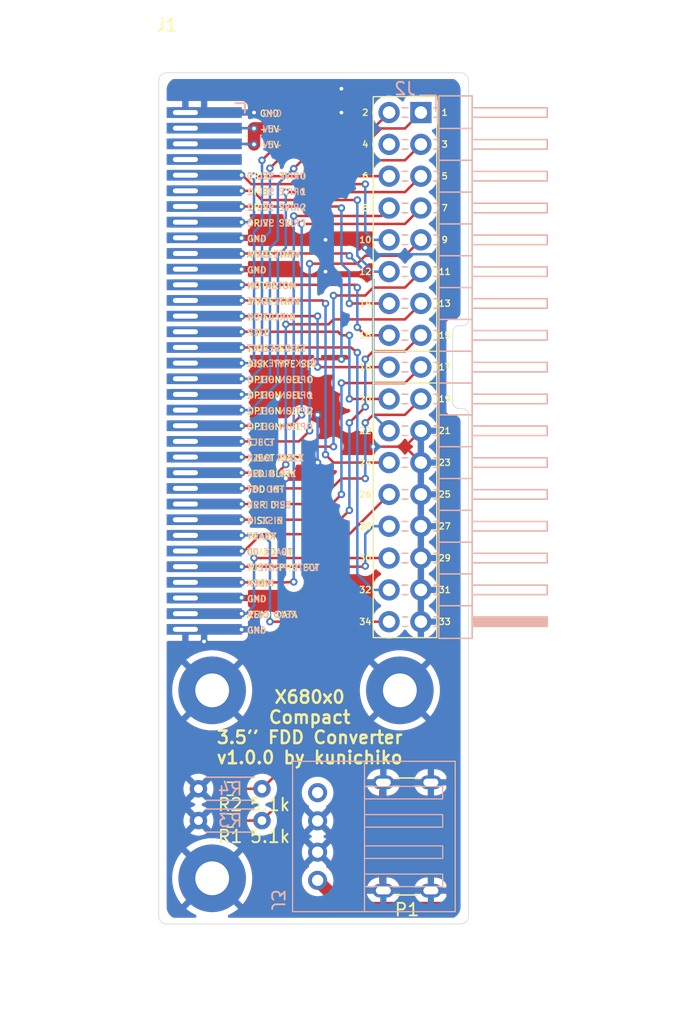
<source format=kicad_pcb>
(kicad_pcb (version 20240108) (generator "pcbnew") (generator_version "8.0")
  (layers (0 "F.Cu" signal) (31 "B.Cu" signal) (34 "B.Paste" user) (35 "F.Paste" user) (36 "B.SilkS" user "B.Silkscreen") (37 "F.SilkS" user "F.Silkscreen") (38 "B.Mask" user) (39 "F.Mask" user) (44 "Edge.Cuts" user))
  (net 0 "")
  (net 1 "+5V")
  (net 2 "GND")
  (net 3 "/OPTION_SELECT_1")
  (net 4 "/WRITE_GATE")
  (net 5 "/READY")
  (net 6 "/EJECT")
  (net 7 "/LED_BLINK")
  (net 8 "/ERR_DISK")
  (net 9 "/DRIVE_SELECT_2")
  (net 10 "/READ_DATA")
  (net 11 "/DISK_IN")
  (net 12 "/MOTOR_ON")
  (net 13 "/OPTION_SELECT_2")
  (net 14 "/DRIVE_SELECT_0")
  (net 15 "/DISK_TYPE_SELECT")
  (net 16 "/SIDE_SELECT")
  (net 17 "/WRITE_PROTECT")
  (net 18 "/FDD_INT")
  (net 19 "/EJECT_MASK")
  (net 20 "/INDEX")
  (net 21 "/WRITE_DATA")
  (net 22 "/DRIVE_SELECT_1")
  (net 23 "/DIRECTION")
  (net 24 "/DRIVE_SELECT_3")
  (net 25 "/OPTION_SELECT_0")
  (net 26 "/OPTION_SELECT_3")
  (net 27 "/STEP")
  (net 30 "/TRACK_00")
  (net 32 "Net-(P1-CC1)")
  (net 33 "Net-(P1-CC2)")
  (footprint "Connector_USB:USB_C_Receptacle_GCT_USB4125-xx-x-0190_6P_TopMnt_Horizontal" (layer "F.Cu") (at 106.68 113.665 90)
    (property "Reference" "P1")
    (property "Value" "USB_C_Plug_USB2.0")
  )
  (footprint "Resistor_SMD:R_0603_1608Metric" (layer "F.Cu") (at 91.44 112.395)
    (property "Reference" "R1")
    (property "Value" "5.1k")
  )
  (footprint "Resistor_SMD:R_0603_1608Metric" (layer "F.Cu") (at 91.44 109.855 180)
    (property "Reference" "R2")
    (property "Value" "5.1k")
  )
  (footprint "x68k-lib:JST-34FE-FFC" (layer "F.Cu") (at 86.36 49.38)
    (property "Reference" "J1")
    (property "Value" "Conn_01x34")
  )
  (footprint "MountingHole:MountingHole_2.7mm_M2.5_Pad" (layer "F.Cu") (at 90 102)
    (property "Reference" "H1" (hide yes))
    (property "Value" "MountingHole_Pad")
  )
  (footprint "MountingHole:MountingHole_2.7mm_M2.5_Pad" (layer "F.Cu") (at 90 117)
    (property "Reference" "H2" (hide yes))
    (property "Value" "MountingHole_Pad")
  )
  (footprint "MountingHole:MountingHole_2.7mm_M2.5_Pad" (layer "F.Cu") (at 105 102)
    (property "Reference" "H3" (hide yes))
    (property "Value" "MountingHole_Pad")
  )
  (footprint "x68k-lib:TE_AMP_171826-4" (layer "B.Cu") (at 98.425 113.665 90)
    (property "Reference" "J3")
    (property "Value" "Conn_01x04")
  )
  (footprint "Resistor_THT:R_Axial_DIN0204_L3.6mm_D1.6mm_P5.08mm_Horizontal" (layer "B.Cu") (at 88.9 112.395)
    (property "Reference" "R3")
    (property "Value" "5.1k")
  )
  (footprint "Resistor_THT:R_Axial_DIN0204_L3.6mm_D1.6mm_P5.08mm_Horizontal" (layer "B.Cu") (at 88.9 109.855)
    (property "Reference" "R4")
    (property "Value" "5.1k")
  )
  (footprint "x68k-lib:PinHeader_2x17_P2.54mm_Horizontal_Mirror" (layer "B.Cu") (at 104.14 96.52)
    (property "Reference" "J2")
    (property "Value" "Conn_02x17_Odd_Even")
  )
  (gr_rect (start 102.87 54.61) (end 107.95 97.79) (stroke (width 0.1)) (fill none) (layer "F.SilkS"))
  (gr_rect (start 102.87 74.93) (end 107.95 77.47) (stroke (width 0.1)) (fill none) (layer "F.SilkS"))
  (gr_line (start 86.36 52.705) (end 109.855 52.705) (stroke (width 0.05)) (layer "Edge.Cuts"))
  (gr_arc (start 110.49 120.015) (mid 110.304013 120.464013) (end 109.855 120.65) (stroke (width 0.05)) (layer "Edge.Cuts"))
  (gr_arc (start 109.72 79.502) (mid 109.366447 79.355553) (end 109.22 79.002) (stroke (width 0.05)) (layer "Edge.Cuts"))
  (gr_line (start 109.22 73.398) (end 109.22 79.002) (stroke (width 0.05)) (layer "Edge.Cuts"))
  (gr_line (start 110.49 80.002) (end 110.49 120.015) (stroke (width 0.05)) (layer "Edge.Cuts"))
  (gr_line (start 109.72 79.502) (end 109.99 79.502) (stroke (width 0.05)) (layer "Edge.Cuts"))
  (gr_line (start 85.725 120.015) (end 85.725 53.34) (stroke (width 0.05)) (layer "Edge.Cuts"))
  (gr_arc (start 109.22 73.398) (mid 109.366447 73.044447) (end 109.72 72.898) (stroke (width 0.05)) (layer "Edge.Cuts"))
  (gr_line (start 109.99 72.898) (end 109.72 72.898) (stroke (width 0.05)) (layer "Edge.Cuts"))
  (gr_arc (start 86.36 120.65) (mid 85.910987 120.464013) (end 85.725 120.015) (stroke (width 0.05)) (layer "Edge.Cuts"))
  (gr_arc (start 109.855 52.705) (mid 110.304013 52.890987) (end 110.49 53.34) (stroke (width 0.05)) (layer "Edge.Cuts"))
  (gr_arc (start 110.49 72.398) (mid 110.343553 72.751553) (end 109.99 72.898) (stroke (width 0.05)) (layer "Edge.Cuts"))
  (gr_line (start 109.855 120.65) (end 86.36 120.65) (stroke (width 0.05)) (layer "Edge.Cuts"))
  (gr_arc (start 109.99 79.502) (mid 110.343553 79.648447) (end 110.49 80.002) (stroke (width 0.05)) (layer "Edge.Cuts"))
  (gr_arc (start 85.725 53.34) (mid 85.910987 52.890987) (end 86.36 52.705) (stroke (width 0.05)) (layer "Edge.Cuts"))
  (gr_line (start 110.49 53.34) (end 110.49 72.398) (stroke (width 0.05)) (layer "Edge.Cuts"))
  (gr_text "GND" (at 92.71 95 0) (layer "B.SilkS") (effects (font (size 0.5 0.5) (thickness 0.1)) (justify right bottom mirror)))
  (gr_text "ERR DISK" (at 92.71 87.5 0) (layer "B.SilkS") (effects (font (size 0.5 0.5) (thickness 0.1)) (justify right bottom mirror)))
  (gr_text "DRIVE SEL 1" (at 92.71 62.5 0) (layer "B.SilkS") (effects (font (size 0.5 0.5) (thickness 0.1)) (justify right bottom mirror)))
  (gr_text "GND" (at 92.71 66.25 0) (layer "B.SilkS") (effects (font (size 0.5 0.5) (thickness 0.1)) (justify right bottom mirror)))
  (gr_text "WRITE DATA" (at 92.71 67.5 0) (layer "B.SilkS") (effects (font (size 0.5 0.5) (thickness 0.1)) (justify right bottom mirror)))
  (gr_text "EJECT MASK" (at 92.71 83.75 0) (layer "B.SilkS") (effects (font (size 0.5 0.5) (thickness 0.1)) (justify right bottom mirror)))
  (gr_text "LED BLINK" (at 92.71 85 0) (layer "B.SilkS") (effects (font (size 0.5 0.5) (thickness 0.1)) (justify right bottom mirror)))
  (gr_text "TRACK 00" (at 92.71 91.25 0) (layer "B.SilkS") (effects (font (size 0.5 0.5) (thickness 0.1)) (justify right bottom mirror)))
  (gr_text "FDD INT" (at 92.71 86.25 0) (layer "B.SilkS") (effects (font (size 0.5 0.5) (thickness 0.1)) (justify right bottom mirror)))
  (gr_text "WRITE PROTECT" (at 92.71 92.5 0) (layer "B.SilkS") (effects (font (size 0.5 0.5) (thickness 0.1)) (justify right bottom mirror)))
  (gr_text "GND" (at 92.71 68.75 0) (layer "B.SilkS") (effects (font (size 0.5 0.5) (thickness 0.1)) (justify right bottom mirror)))
  (gr_text "READ DATA" (at 92.71 96.25 0) (layer "B.SilkS") (effects (font (size 0.5 0.5) (thickness 0.1)) (justify right bottom mirror)))
  (gr_text "OPTION SEL 3" (at 92.71 81.25 0) (layer "B.SilkS") (effects (font (size 0.5 0.5) (thickness 0.1)) (justify right bottom mirror)))
  (gr_text "GND" (at 93.98 56.25 0) (layer "B.SilkS") (effects (font (size 0.5 0.5) (thickness 0.1)) (justify right bottom mirror)))
  (gr_text "OPTION SEL 1" (at 92.71 78.74 0) (layer "B.SilkS") (effects (font (size 0.5 0.5) (thickness 0.1)) (justify right bottom mirror)))
  (gr_text "STEP" (at 92.71 73.75 0) (layer "B.SilkS") (effects (font (size 0.5 0.5) (thickness 0.1)) (justify right bottom mirror)))
  (gr_text "MOTOR ON" (at 92.71 70 0) (layer "B.SilkS") (effects (font (size 0.5 0.5) (thickness 0.1)) (justify right bottom mirror)))
  (gr_text "SIDE SELECT" (at 92.71 75 0) (layer "B.SilkS") (effects (font (size 0.5 0.5) (thickness 0.1)) (justify right bottom mirror)))
  (gr_text "READY" (at 92.71 90 0) (layer "B.SilkS") (effects (font (size 0.5 0.5) (thickness 0.1)) (justify right bottom mirror)))
  (gr_text "DISK TYPE SEL" (at 92.71 76.2 0) (layer "B.SilkS") (effects (font (size 0.5 0.5) (thickness 0.1)) (justify right bottom mirror)))
  (gr_text "OPTION SEL 0" (at 92.71 77.5 0) (layer "B.SilkS") (effects (font (size 0.5 0.5) (thickness 0.1)) (justify right bottom mirror)))
  (gr_text "OPTION SEL 2" (at 92.71 80.01 0) (layer "B.SilkS") (effects (font (size 0.5 0.5) (thickness 0.1)) (justify right bottom mirror)))
  (gr_text "WRITE GATE" (at 92.71 71.25 0) (layer "B.SilkS") (effects (font (size 0.5 0.5) (thickness 0.1)) (justify right bottom mirror)))
  (gr_text "DISK IN" (at 92.71 88.75 0) (layer "B.SilkS") (effects (font (size 0.5 0.5) (thickness 0.1)) (justify right bottom mirror)))
  (gr_text "INDEX" (at 92.71 93.75 0) (layer "B.SilkS") (effects (font (size 0.5 0.5) (thickness 0.1)) (justify right bottom mirror)))
  (gr_text "+5V" (at 93.98 57.5 0) (layer "B.SilkS") (effects (font (size 0.5 0.5) (thickness 0.1)) (justify right bottom mirror)))
  (gr_text "EJECT" (at 92.71 82.5 0) (layer "B.SilkS") (effects (font (size 0.5 0.5) (thickness 0.1)) (justify right bottom mirror)))
  (gr_text "DRIVE SEL 2" (at 92.71 63.75 0) (layer "B.SilkS") (effects (font (size 0.5 0.5) (thickness 0.1)) (justify right bottom mirror)))
  (gr_text "DIRECTION" (at 92.71 72.5 0) (layer "B.SilkS") (effects (font (size 0.5 0.5) (thickness 0.1)) (justify right bottom mirror)))
  (gr_text "+5V" (at 93.98 58.75 0) (layer "B.SilkS") (effects (font (size 0.5 0.5) (thickness 0.1)) (justify right bottom mirror)))
  (gr_text "GND" (at 92.71 97.5 0) (layer "B.SilkS") (effects (font (size 0.5 0.5) (thickness 0.1)) (justify right bottom mirror)))
  (gr_text "DRIVE SEL 3" (at 92.71 65 0) (layer "B.SilkS") (effects (font (size 0.5 0.5) (thickness 0.1)) (justify right bottom mirror)))
  (gr_text "DRIVE SEL 0" (at 92.71 61.25 0) (layer "B.SilkS") (effects (font (size 0.5 0.5) (thickness 0.1)) (justify right bottom mirror)))
  (gr_text "X680x0\nCompact\n3.5'' FDD Converter\nv1.0.0 by kunichiko" (at 97.79 107.95 0) (layer "F.SilkS") (effects (font (size 1 1) (thickness 0.2) (bold yes)) (justify bottom)))
  (gr_text "12" (at 102.235 68.58 0) (layer "F.SilkS") (effects (font (size 0.5 0.5) (thickness 0.1))))
  (gr_text "16" (at 102.235 73.66 0) (layer "F.SilkS") (effects (font (size 0.5 0.5) (thickness 0.1))))
  (gr_text "5" (at 108.585 60.96 0) (layer "F.SilkS") (effects (font (size 0.5 0.5) (thickness 0.1))))
  (gr_text "7" (at 108.585 63.5 0) (layer "F.SilkS") (effects (font (size 0.5 0.5) (thickness 0.1))))
  (gr_text "STEP" (at 92.75 73.75 0) (layer "F.SilkS") (effects (font (size 0.5 0.5) (thickness 0.1)) (justify left bottom)))
  (gr_text "WRITE DATA" (at 92.75 67.5 0) (layer "F.SilkS") (effects (font (size 0.5 0.5) (thickness 0.1)) (justify left bottom)))
  (gr_text "1" (at 108.585 55.88 0) (layer "F.SilkS") (effects (font (size 0.5 0.5) (thickness 0.1))))
  (gr_text "29" (at 108.585 91.44 0) (layer "F.SilkS") (effects (font (size 0.5 0.5) (thickness 0.1))))
  (gr_text "DRIVE SEL 2" (at 92.75 63.75 0) (layer "F.SilkS") (effects (font (size 0.5 0.5) (thickness 0.1)) (justify left bottom)))
  (gr_text "EJECT MASK" (at 92.75 83.75 0) (layer "F.SilkS") (effects (font (size 0.5 0.5) (thickness 0.1)) (justify left bottom)))
  (gr_text "14" (at 102.235 71.12 0) (layer "F.SilkS") (effects (font (size 0.5 0.5) (thickness 0.1))))
  (gr_text "13" (at 108.585 71.12 0) (layer "F.SilkS") (effects (font (size 0.5 0.5) (thickness 0.1))))
  (gr_text "18" (at 102.235 76.2 0) (layer "F.SilkS") (effects (font (size 0.5 0.5) (thickness 0.1))))
  (gr_text "4" (at 102.235 58.42 0) (layer "F.SilkS") (effects (font (size 0.5 0.5) (thickness 0.1))))
  (gr_text "8" (at 102.235 63.5 0) (layer "F.SilkS") (effects (font (size 0.5 0.5) (thickness 0.1))))
  (gr_text "DIRECTION" (at 92.75 72.5 0) (layer "F.SilkS") (effects (font (size 0.5 0.5) (thickness 0.1)) (justify left bottom)))
  (gr_text "GND" (at 92.75 68.75 0) (layer "F.SilkS") (effects (font (size 0.5 0.5) (thickness 0.1)) (justify left bottom)))
  (gr_text "DISK IN" (at 92.75 88.75 0) (layer "F.SilkS") (effects (font (size 0.5 0.5) (thickness 0.1)) (justify left bottom)))
  (gr_text "33" (at 108.585 96.52 0) (layer "F.SilkS") (effects (font (size 0.5 0.5) (thickness 0.1))))
  (gr_text "GND" (at 92.75 97.5 0) (layer "F.SilkS") (effects (font (size 0.5 0.5) (thickness 0.1)) (justify left bottom)))
  (gr_text "26" (at 102.235 86.36 0) (layer "F.SilkS") (effects (font (size 0.5 0.5) (thickness 0.1))))
  (gr_text "9" (at 108.585 66.04 0) (layer "F.SilkS") (effects (font (size 0.5 0.5) (thickness 0.1))))
  (gr_text "OPTION SEL 2" (at 92.75 80 0) (layer "F.SilkS") (effects (font (size 0.5 0.5) (thickness 0.1)) (justify left bottom)))
  (gr_text "20" (at 102.235 78.74 0) (layer "F.SilkS") (effects (font (size 0.5 0.5) (thickness 0.1))))
  (gr_text "11" (at 108.585 68.58 0) (layer "F.SilkS") (effects (font (size 0.5 0.5) (thickness 0.1))))
  (gr_text "2" (at 102.235 55.88 0) (layer "F.SilkS") (effects (font (size 0.5 0.5) (thickness 0.1))))
  (gr_text "17" (at 108.585 76.2 0) (layer "F.SilkS") (effects (font (size 0.5 0.5) (thickness 0.1))))
  (gr_text "25" (at 108.585 86.36 0) (layer "F.SilkS") (effects (font (size 0.5 0.5) (thickness 0.1))))
  (gr_text "DRIVE SEL 0" (at 92.75 61.25 0) (layer "F.SilkS") (effects (font (size 0.5 0.5) (thickness 0.1)) (justify left bottom)))
  (gr_text "DRIVE SEL 3" (at 92.75 65 0) (layer "F.SilkS") (effects (font (size 0.5 0.5) (thickness 0.1)) (justify left bottom)))
  (gr_text "28" (at 102.235 88.9 0) (layer "F.SilkS") (effects (font (size 0.5 0.5) (thickness 0.1))))
  (gr_text "3" (at 108.585 58.42 0) (layer "F.SilkS") (effects (font (size 0.5 0.5) (thickness 0.1))))
  (gr_text "OPTION SEL 3" (at 92.75 81.25 0) (layer "F.SilkS") (effects (font (size 0.5 0.5) (thickness 0.1)) (justify left bottom)))
  (gr_text "LED BLINK" (at 92.75 85 0) (layer "F.SilkS") (effects (font (size 0.5 0.5) (thickness 0.1)) (justify left bottom)))
  (gr_text "+5V" (at 93.75 58.75 0) (layer "F.SilkS") (effects (font (size 0.5 0.5) (thickness 0.1)) (justify left bottom)))
  (gr_text "23" (at 108.585 83.82 0) (layer "F.SilkS") (effects (font (size 0.5 0.5) (thickness 0.1))))
  (gr_text "32" (at 102.235 93.98 0) (layer "F.SilkS") (effects (font (size 0.5 0.5) (thickness 0.1))))
  (gr_text "+5V" (at 93.75 57.5 0) (layer "F.SilkS") (effects (font (size 0.5 0.5) (thickness 0.1)) (justify left bottom)))
  (gr_text "SIDE SELECT" (at 92.75 75 0) (layer "F.SilkS") (effects (font (size 0.5 0.5) (thickness 0.1)) (justify left bottom)))
  (gr_text "27" (at 108.585 88.9 0) (layer "F.SilkS") (effects (font (size 0.5 0.5) (thickness 0.1))))
  (gr_text "MOTOR ON" (at 92.75 70 0) (layer "F.SilkS") (effects (font (size 0.5 0.5) (thickness 0.1)) (justify left bottom)))
  (gr_text "19" (at 108.585 78.74 0) (layer "F.SilkS") (effects (font (size 0.5 0.5) (thickness 0.1))))
  (gr_text "READY" (at 92.75 90 0) (layer "F.SilkS") (effects (font (size 0.5 0.5) (thickness 0.1)) (justify left bottom)))
  (gr_text "TRACK 00" (at 92.75 91.25 0) (layer "F.SilkS") (effects (font (size 0.5 0.5) (thickness 0.1)) (justify left bottom)))
  (gr_text "WRITE GATE" (at 92.75 71.25 0) (layer "F.SilkS") (effects (font (size 0.5 0.5) (thickness 0.1)) (justify left bottom)))
  (gr_text "21" (at 108.585 81.28 0) (layer "F.SilkS") (effects (font (size 0.5 0.5) (thickness 0.1))))
  (gr_text "GND" (at 93.75 56.25 0) (layer "F.SilkS") (effects (font (size 0.5 0.5) (thickness 0.1)) (justify left bottom)))
  (gr_text "READ DATA" (at 92.75 96.25 0) (layer "F.SilkS") (effects (font (size 0.5 0.5) (thickness 0.1)) (justify left bottom)))
  (gr_text "GND" (at 92.75 66.25 0) (layer "F.SilkS") (effects (font (size 0.5 0.5) (thickness 0.1)) (justify left bottom)))
  (gr_text "10" (at 102.235 66.04 0) (layer "F.SilkS") (effects (font (size 0.5 0.5) (thickness 0.1))))
  (gr_text "GND" (at 92.75 95 0) (layer "F.SilkS") (effects (font (size 0.5 0.5) (thickness 0.1)) (justify left bottom)))
  (gr_text "31" (at 108.585 93.98 0) (layer "F.SilkS") (effects (font (size 0.5 0.5) (thickness 0.1))))
  (gr_text "WRITE PROTECT" (at 92.75 92.5 0) (layer "F.SilkS") (effects (font (size 0.5 0.5) (thickness 0.1)) (justify left bottom)))
  (gr_text "34" (at 102.235 96.52 0) (layer "F.SilkS") (effects (font (size 0.5 0.5) (thickness 0.1))))
  (gr_text "EJECT" (at 92.75 82.5 0) (layer "F.SilkS") (effects (font (size 0.5 0.5) (thickness 0.1)) (justify left bottom)))
  (gr_text "FDD INT" (at 92.75 86.25 0) (layer "F.SilkS") (effects (font (size 0.5 0.5) (thickness 0.1)) (justify left bottom)))
  (gr_text "DISK TYPE SEL" (at 92.75 76.25 0) (layer "F.SilkS") (effects (font (size 0.5 0.5) (thickness 0.1)) (justify left bottom)))
  (gr_text "6" (at 102.235 60.96 0) (layer "F.SilkS") (effects (font (size 0.5 0.5) (thickness 0.1))))
  (gr_text "OPTION SEL 1" (at 92.75 78.75 0) (layer "F.SilkS") (effects (font (size 0.5 0.5) (thickness 0.1)) (justify left bottom)))
  (gr_text "INDEX" (at 92.75 93.75 0) (layer "F.SilkS") (effects (font (size 0.5 0.5) (thickness 0.1)) (justify left bottom)))
  (gr_text "15" (at 108.585 73.66 0) (layer "F.SilkS") (effects (font (size 0.5 0.5) (thickness 0.1))))
  (gr_text "24" (at 102.235 83.82 0) (layer "F.SilkS") (effects (font (size 0.5 0.5) (thickness 0.1))))
  (gr_text "DRIVE SEL 1" (at 92.75 62.5 0) (layer "F.SilkS") (effects (font (size 0.5 0.5) (thickness 0.1)) (justify left bottom)))
  (gr_text "22" (at 102.235 81.28 0) (layer "F.SilkS") (effects (font (size 0.5 0.5) (thickness 0.1))))
  (gr_text "ERR DISK" (at 92.75 87.5 0) (layer "F.SilkS") (effects (font (size 0.5 0.5) (thickness 0.1)) (justify left bottom)))
  (gr_text "30" (at 102.235 91.44 0) (layer "F.SilkS") (effects (font (size 0.5 0.5) (thickness 0.1))))
  (gr_text "OPTION SEL 0" (at 92.75 77.5 0) (layer "F.SilkS") (effects (font (size 0.5 0.5) (thickness 0.1)) (justify left bottom)))
  (segment (start 100.64 119.38) (end 98.425 117.165) (width 1) (layer "F.Cu") (net 1))
  (segment (start 109.22 80.772) (end 108.47 79.895) (width 0.5) (layer "F.Cu") (net 1))
  (segment (start 89.36 57.13) (end 93.325 57.13) (width 0.2) (layer "F.Cu") (net 1))
  (segment (start 103.6 115.185) (end 104.2 115.185) (width 0.5) (layer "F.Cu") (net 1))
  (segment (start 109.22 71.628) (end 109.22 53.975) (width 1) (layer "F.Cu") (net 1))
  (segment (start 104.2 115.185) (end 105.41 113.975) (width 0.5) (layer "F.Cu") (net 1))
  (segment (start 109.22 53.975) (end 101.6 53.975) (width 1) (layer "F.Cu") (net 1))
  (segment (start 109.22 80.772) (end 109.22 118.872) (width 1) (layer "F.Cu") (net 1))
  (segment (start 105.41 113.975) (end 105.41 113.665) (width 0.5) (layer "F.Cu") (net 1))
  (segment (start 93.325 57.13) (end 93.345 57.15) (width 0.2) (layer "F.Cu") (net 1))
  (segment (start 105.41 113.665) (end 105.41 113.355) (width 0.5) (layer "F.Cu") (net 1))
  (segment (start 89.36 58.38) (end 93.305 58.38) (width 0.2) (layer "F.Cu") (net 1))
  (segment (start 101.6 53.975) (end 101.6 57.15) (width 1) (layer "F.Cu") (net 1))
  (segment (start 108.47 72.505) (end 109.22 71.628) (width 0.5) (layer "F.Cu") (net 1))
  (segment (start 93.345 57.15) (end 93.345 58.42) (width 1) (layer "F.Cu") (net 1))
  (segment (start 108.585 119.38) (end 100.64 119.38) (width 1) (layer "F.Cu") (net 1))
  (segment (start 109.22 113.665) (end 105.41 113.665) (width 1) (layer "F.Cu") (net 1))
  (segment (start 105.41 113.355) (end 104.2 112.145) (width 0.5) (layer "F.Cu") (net 1))
  (segment (start 93.305 58.38) (end 93.345 58.42) (width 0.2) (layer "F.Cu") (net 1))
  (segment (start 104.2 112.145) (end 103.6 112.145) (width 0.5) (layer "F.Cu") (net 1))
  (segment (start 109.22 118.872) (end 108.585 119.38) (width 1) (layer "F.Cu") (net 1))
  (segment (start 101.6 57.15) (end 93.345 57.15) (width 1) (layer "F.Cu") (net 1))
  (segment (start 108.47 79.895) (end 108.47 72.505) (width 0.5) (layer "F.Cu") (net 1))
  (via (at 93.345 57.15) (size 0.6) (drill 0.3) (layers "F.Cu" "B.Cu") (net 1))
  (via (at 93.345 58.42) (size 0.6) (drill 0.3) (layers "F.Cu" "B.Cu") (net 1))
  (segment (start 92.67 58.38) (end 89.36 58.38) (width 0.2) (layer "B.Cu") (net 1))
  (segment (start 92.71 58.42) (end 92.67 58.38) (width 0.2) (layer "B.Cu") (net 1))
  (segment (start 93.325 57.13) (end 89.36 57.13) (width 0.2) (layer "B.Cu") (net 1))
  (segment (start 93.345 57.15) (end 93.325 57.13) (width 0.2) (layer "B.Cu") (net 1))
  (segment (start 93.345 58.42) (end 92.71 58.42) (width 0.2) (layer "B.Cu") (net 1))
  (segment (start 92.37 65.88) (end 92.4 65.85) (width 0.2) (layer "F.Cu") (net 2))
  (segment (start 105.41 82.55) (end 106.68 81.28) (width 0.2) (layer "F.Cu") (net 2))
  (segment (start 102.87 82.55) (end 105.41 82.55) (width 0.2) (layer "F.Cu") (net 2))
  (segment (start 98.211471 75.565) (end 95.25 78.526471) (width 0.2) (layer "F.Cu") (net 2))
  (segment (start 89.36 55.88) (end 93.345 55.88) (width 0.2) (layer "F.Cu") (net 2))
  (segment (start 95.25 78.526471) (end 95.25 78.74) (width 0.2) (layer "F.Cu") (net 2))
  (segment (start 105.41 82.55) (end 106.68 83.82) (width 0.2) (layer "F.Cu") (net 2))
  (segment (start 100.33 75.565) (end 98.211471 75.565) (width 0.2) (layer "F.Cu") (net 2))
  (via (at 102.87 82.55) (size 0.6) (drill 0.3) (layers "F.Cu" "B.Cu") (net 2))
  (via (at 100.33 55.88) (size 0.6) (drill 0.3) (layers "F.Cu" "B.Cu") (net 2))
  (via (at 95.885 85.09) (size 0.6) (drill 0.3) (layers "F.Cu" "B.Cu") (net 2))
  (via (at 89.35 98.1) (size 0.6) (drill 0.3) (layers "F.Cu" "B.Cu") (net 2))
  (via (at 92.35 68.4) (size 0.6) (drill 0.3) (layers "F.Cu" "B.Cu") (net 2))
  (via (at 92.35 97.15) (size 0.6) (drill 0.3) (layers "F.Cu" "B.Cu") (net 2))
  (via (at 100.33 75.565) (size 0.6) (drill 0.3) (layers "F.Cu" "B.Cu") (net 2))
  (via (at 92.35 94.6) (size 0.6) (drill 0.3) (layers "F.Cu" "B.Cu") (net 2))
  (via (at 99.06 68.58) (size 0.6) (drill 0.3) (layers "F.Cu" "B.Cu") (net 2))
  (via (at 98.425 80.01) (size 0.6) (drill 0.3) (layers "F.Cu" "B.Cu") (net 2))
  (via (at 99.06 66.04) (size 0.6) (drill 0.3) (layers "F.Cu" "B.Cu") (net 2))
  (via (at 92.35 65.9) (size 0.6) (drill 0.3) (layers "F.Cu" "B.Cu") (net 2))
  (via (at 93.345 55.88) (size 0.6) (drill 0.3) (layers "F.Cu" "B.Cu") (net 2))
  (via (at 102.235 66.675) (size 0.6) (drill 0.3) (layers "F.Cu" "B.Cu") (net 2))
  (via (at 95.25 78.74) (size 0.6) (drill 0.3) (layers "F.Cu" "B.Cu") (net 2))
  (via (at 100.33 53.975) (size 0.6) (drill 0.3) (layers "F.Cu" "B.Cu") (net 2))
  (via (at 98.425 83.82) (size 0.6) (drill 0.3) (layers "F.Cu" "B.Cu") (net 2))
  (segment (start 102.75 67.19) (end 107.83 67.19) (width 0.2) (layer "B.Cu") (net 2))
  (segment (start 98.425 83.82) (end 98.425 80.01) (width 0.2) (layer "B.Cu") (net 2))
  (segment (start 107.83 67.19) (end 107.95 67.31) (width 0.2) (layer "B.Cu") (net 2))
  (segment (start 99.06 68.58) (end 99.695 68.58) (width 0.2) (layer "B.Cu") (net 2))
  (segment (start 102.235 66.675) (end 102.75 67.19) (width 0.2) (layer "B.Cu") (net 2))
  (segment (start 99.695 68.58) (end 100.33 69.215) (width 0.2) (layer "B.Cu") (net 2))
  (segment (start 100.33 69.215) (end 100.33 75.565) (width 0.2) (layer "B.Cu") (net 2))
  (segment (start 89.36 78.38) (end 92.35 78.38) (width 0.2) (layer "F.Cu") (net 3))
  (segment (start 105.41 59.69) (end 97.19 59.69) (width 0.2) (layer "F.Cu") (net 3))
  (segment (start 97.19 59.69) (end 96.52 60.36) (width 0.2) (layer "F.Cu") (net 3))
  (segment (start 106.68 58.42) (end 105.41 59.69) (width 0.2) (layer "F.Cu") (net 3))
  (segment (start 96.72 60.36) (end 96.52 60.36) (width 0.2) (layer "F.Cu") (net 3))
  (via (at 96.52 60.36) (size 0.6) (drill 0.3) (layers "F.Cu" "B.Cu") (net 3))
  (via (at 92.35 78.38) (size 0.6) (drill 0.3) (layers "F.Cu" "B.Cu") (net 3))
  (segment (start 93.07 78.38) (end 94.615 76.835) (width 0.2) (layer "B.Cu") (net 3))
  (segment (start 96.52 60.36) (end 96.485 60.36) (width 0.2) (layer "B.Cu") (net 3))
  (segment (start 96.485 60.36) (end 95.25 61.595) (width 0.2) (layer "B.Cu") (net 3))
  (segment (start 94.615 76.835) (end 94.615 66.675) (width 0.2) (layer "B.Cu") (net 3))
  (segment (start 94.615 66.675) (end 95.25 66.04) (width 0.2) (layer "B.Cu") (net 3))
  (segment (start 95.25 66.04) (end 95.25 61.595) (width 0.2) (layer "B.Cu") (net 3))
  (segment (start 89.36 78.38) (end 92.35 78.38) (width 0.2) (layer "B.Cu") (net 3))
  (segment (start 92.35 78.38) (end 93.07 78.38) (width 0.2) (layer "B.Cu") (net 3))
  (segment (start 89.36 70.88) (end 92.35 70.88) (width 0.2) (layer "F.Cu") (net 4))
  (segment (start 92.35 70.88) (end 97.79 70.88) (width 0.2) (layer "F.Cu") (net 4))
  (segment (start 99.695 83.82) (end 99.06 83.185) (width 0.2) (layer "F.Cu") (net 4))
  (segment (start 97.79 70.88) (end 98.82 70.88) (width 0.2) (layer "F.Cu") (net 4))
  (segment (start 104.14 83.82) (end 99.695 83.82) (width 0.2) (layer "F.Cu") (net 4))
  (segment (start 98.82 70.88) (end 99.06 71.12) (width 0.2) (layer "F.Cu") (net 4))
  (via (at 99.06 83.185) (size 0.6) (drill 0.3) (layers "F.Cu" "B.Cu") (net 4))
  (via (at 92.35 70.88) (size 0.6) (drill 0.3) (layers "F.Cu" "B.Cu") (net 4))
  (via (at 99.06 71.12) (size 0.6) (drill 0.3) (layers "F.Cu" "B.Cu") (net 4))
  (segment (start 99.06 83.185) (end 99.06 71.12) (width 0.2) (layer "B.Cu") (net 4))
  (segment (start 104.14 96.52) (end 94.615 96.52) (width 0.2) (layer "F.Cu") (net 5))
  (segment (start 89.36 89.63) (end 92.35 89.63) (width 0.2) (layer "F.Cu") (net 5))
  (via (at 94.615 96.52) (size 0.6) (drill 0.3) (layers "F.Cu" "B.Cu") (net 5))
  (via (at 92.35 89.63) (size 0.6) (drill 0.3) (layers "F.Cu" "B.Cu") (net 5))
  (segment (start 94.615 96.52) (end 94.615 90.17) (width 0.2) (layer "B.Cu") (net 5))
  (segment (start 89.36 89.63) (end 92.35 89.63) (width 0.2) (layer "B.Cu") (net 5))
  (segment (start 92.35 89.63) (end 94.075 89.63) (width 0.2) (layer "B.Cu") (net 5))
  (segment (start 94.075 89.63) (end 94.615 90.17) (width 0.2) (layer "B.Cu") (net 5))
  (segment (start 106.68 66.04) (end 105.41 67.31) (width 0.2) (layer "F.Cu") (net 6))
  (segment (start 97.79 81.28) (end 96.94 82.13) (width 0.2) (layer "F.Cu") (net 6))
  (segment (start 102.87 67.31) (end 102.235 67.31) (width 0.2) (layer "F.Cu") (net 6))
  (segment (start 96.94 82.13) (end 92.35 82.13) (width 0.2) (layer "F.Cu") (net 6))
  (segment (start 102.235 67.31) (end 101.6 67.945) (width 0.2) (layer "F.Cu") (net 6))
  (segment (start 105.41 67.31) (end 102.87 67.31) (width 0.2) (layer "F.Cu") (net 6))
  (segment (start 89.36 82.13) (end 92.35 82.13) (width 0.2) (layer "F.Cu") (net 6))
  (segment (start 101.6 67.945) (end 97.79 67.945) (width 0.2) (layer "F.Cu") (net 6))
  (via (at 92.35 82.13) (size 0.6) (drill 0.3) (layers "F.Cu" "B.Cu") (net 6))
  (via (at 97.79 67.945) (size 0.6) (drill 0.3) (layers "F.Cu" "B.Cu") (net 6))
  (via (at 97.79 81.28) (size 0.6) (drill 0.3) (layers "F.Cu" "B.Cu") (net 6))
  (segment (start 97.79 67.945) (end 97.79 81.28) (width 0.2) (layer "B.Cu") (net 6))
  (segment (start 95.235 84.63) (end 95.885 83.98) (width 0.2) (layer "F.Cu") (net 7))
  (segment (start 106.68 71.12) (end 105.41 72.39) (width 0.2) (layer "F.Cu") (net 7))
  (segment (start 99.695 72.39) (end 99.305 72.78) (width 0.2) (layer "F.Cu") (net 7))
  (segment (start 92.35 84.63) (end 95.235 84.63) (width 0.2) (layer "F.Cu") (net 7))
  (segment (start 105.41 72.39) (end 100.33 72.39) (width 0.2) (layer "F.Cu") (net 7))
  (segment (start 100.33 72.39) (end 99.695 72.39) (width 0.2) (layer "F.Cu") (net 7))
  (segment (start 99.305 72.78) (end 95.885 72.78) (width 0.2) (layer "F.Cu") (net 7))
  (segment (start 89.36 84.63) (end 92.35 84.63) (width 0.2) (layer "F.Cu") (net 7))
  (via (at 95.885 83.98) (size 0.6) (drill 0.3) (layers "F.Cu" "B.Cu") (net 7))
  (via (at 92.35 84.63) (size 0.6) (drill 0.3) (layers "F.Cu" "B.Cu") (net 7))
  (via (at 95.885 72.78) (size 0.6) (drill 0.3) (layers "F.Cu" "B.Cu") (net 7))
  (segment (start 95.885 72.78) (end 95.885 83.82) (width 0.2) (layer "B.Cu") (net 7))
  (segment (start 89.36 84.63) (end 92.35 84.63) (width 0.2) (layer "B.Cu") (net 7))
  (segment (start 99.56 87.13) (end 92.35 87.13) (width 0.2) (layer "F.Cu") (net 8))
  (segment (start 105.41 77.47) (end 100.33 77.47) (width 0.2) (layer "F.Cu") (net 8))
  (segment (start 100.33 86.36) (end 99.56 87.13) (width 0.2) (layer "F.Cu") (net 8))
  (segment (start 106.68 76.2) (end 105.41 77.47) (width 0.2) (layer "F.Cu") (net 8))
  (segment (start 89.36 87.13) (end 92.35 87.13) (width 0.2) (layer "F.Cu") (net 8))
  (via (at 92.35 87.13) (size 0.6) (drill 0.3) (layers "F.Cu" "B.Cu") (net 8))
  (via (at 100.33 86.36) (size 0.6) (drill 0.3) (layers "F.Cu" "B.Cu") (net 8))
  (via (at 100.33 77.47) (size 0.6) (drill 0.3) (layers "F.Cu" "B.Cu") (net 8))
  (segment (start 100.33 77.47) (end 100.33 86.36) (width 0.2) (layer "B.Cu") (net 8))
  (segment (start 89.36 63.38) (end 92.35 63.38) (width 0.2) (layer "F.Cu") (net 9))
  (segment (start 92.35 63.38) (end 100.21 63.38) (width 0.2) (layer "F.Cu") (net 9))
  (segment (start 104.14 71.12) (end 100.965 71.12) (width 0.2) (layer "F.Cu") (net 9))
  (segment (start 100.21 63.38) (end 100.33 63.5) (width 0.2) (layer "F.Cu") (net 9))
  (via (at 100.965 71.12) (size 0.6) (drill 0.3) (layers "F.Cu" "B.Cu") (net 9))
  (via (at 92.35 63.38) (size 0.6) (drill 0.3) (layers "F.Cu" "B.Cu") (net 9))
  (via (at 100.33 63.5) (size 0.6) (drill 0.3) (layers "F.Cu" "B.Cu") (net 9))
  (segment (start 100.33 67.945) (end 100.33 63.5) (width 0.2) (layer "B.Cu") (net 9))
  (segment (start 100.965 68.58) (end 100.33 67.945) (width 0.2) (layer "B.Cu") (net 9))
  (segment (start 100.965 71.12) (end 100.965 68.58) (width 0.2) (layer "B.Cu") (net 9))
  (segment (start 104.14 91.44) (end 93.345 91.44) (width 0.2) (layer "F.Cu") (net 10))
  (segment (start 89.36 95.88) (end 92.35 95.88) (width 0.2) (layer "F.Cu") (net 10))
  (via (at 92.35 95.88) (size 0.6) (drill 0.3) (layers "F.Cu" "B.Cu") (net 10))
  (via (at 93.345 91.44) (size 0.6) (drill 0.3) (layers "F.Cu" "B.Cu") (net 10))
  (segment (start 93.345 95.25) (end 92.715 95.88) (width 0.2) (layer "B.Cu") (net 10))
  (segment (start 92.715 95.88) (end 92.35 95.88) (width 0.2) (layer "B.Cu") (net 10))
  (segment (start 93.345 91.44) (end 93.345 95.25) (width 0.2) (layer "B.Cu") (net 10))
  (segment (start 92.35 95.88) (end 89.36 95.88) (width 0.2) (layer "B.Cu") (net 10))
  (segment (start 100.965 87.63) (end 100.215 88.38) (width 0.2) (layer "F.Cu") (net 11))
  (segment (start 102.87 74.93) (end 102.235 75.565) (width 0.2) (layer "F.Cu") (net 11))
  (segment (start 100.215 88.38) (end 92.35 88.38) (width 0.2) (layer "F.Cu") (net 11))
  (segment (start 102.235 79.375) (end 100.965 80.645) (width 0.2) (layer "F.Cu") (net 11))
  (segment (start 105.41 74.93) (end 102.87 74.93) (width 0.2) (layer "F.Cu") (net 11))
  (segment (start 106.68 73.66) (end 105.41 74.93) (width 0.2) (layer "F.Cu") (net 11))
  (segment (start 89.36 88.38) (end 92.35 88.38) (width 0.2) (layer "F.Cu") (net 11))
  (via (at 102.235 79.375) (size 0.6) (drill 0.3) (layers "F.Cu" "B.Cu") (net 11))
  (via (at 92.35 88.38) (size 0.6) (drill 0.3) (layers "F.Cu" "B.Cu") (net 11))
  (via (at 100.965 80.645) (size 0.6) (drill 0.3) (layers "F.Cu" "B.Cu") (net 11))
  (via (at 100.965 87.63) (size 0.6) (drill 0.3) (layers "F.Cu" "B.Cu") (net 11))
  (via (at 102.235 75.565) (size 0.6) (drill 0.3) (layers "F.Cu" "B.Cu") (net 11))
  (segment (start 100.965 80.645) (end 100.965 87.63) (width 0.2) (layer "B.Cu") (net 11))
  (segment (start 102.235 75.565) (end 102.235 79.375) (width 0.2) (layer "B.Cu") (net 11))
  (segment (start 102.235 73.66) (end 101.6 73.025) (width 0.2) (layer "F.Cu") (net 12))
  (segment (start 89.36 69.63) (end 101.6 69.63) (width 0.2) (layer "F.Cu") (net 12))
  (segment (start 104.14 73.66) (end 102.235 73.66) (width 0.2) (layer "F.Cu") (net 12))
  (via (at 92.35 69.63) (size 0.6) (drill 0.3) (layers "F.Cu" "B.Cu") (net 12))
  (via (at 101.6 69.85) (size 0.6) (drill 0.3) (layers "F.Cu" "B.Cu") (net 12))
  (via (at 101.6 73.025) (size 0.6) (drill 0.3) (layers "F.Cu" "B.Cu") (net 12))
  (segment (start 101.6 73.025) (end 101.6 69.85) (width 0.2) (layer "B.Cu") (net 12))
  (segment (start 105.41 62.23) (end 95.885 62.23) (width 0.2) (layer "F.Cu") (net 13))
  (segment (start 89.36 79.63) (end 92.35 79.63) (width 0.2) (layer "F.Cu") (net 13))
  (segment (start 106.68 60.96) (end 105.41 62.23) (width 0.2) (layer "F.Cu") (net 13))
  (via (at 92.35 79.63) (size 0.6) (drill 0.3) (layers "F.Cu" "B.Cu") (net 13))
  (via (at 95.885 62.23) (size 0.6) (drill 0.3) (layers "F.Cu" "B.Cu") (net 13))
  (segment (start 92.35 79.63) (end 93.09 79.63) (width 0.2) (layer "B.Cu") (net 13))
  (segment (start 95.25 77.47) (end 95.25 67.31) (width 0.2) (layer "B.Cu") (net 13))
  (segment (start 95.885 66.675) (end 95.885 62.23) (width 0.2) (layer "B.Cu") (net 13))
  (segment (start 89.36 79.63) (end 92.35 79.63) (width 0.2) (layer "B.Cu") (net 13))
  (segment (start 93.09 79.63) (end 95.25 77.47) (width 0.2) (layer "B.Cu") (net 13))
  (segment (start 95.25 67.31) (end 95.885 66.675) (width 0.2) (layer "B.Cu") (net 13))
  (segment (start 93.345 61.595) (end 102.235 61.595) (width 0.2) (layer "F.Cu") (net 14))
  (segment (start 89.36 60.88) (end 92.416471 60.88) (width 0.2) (layer "F.Cu") (net 14))
  (segment (start 92.416471 60.88) (end 93.131471 61.595) (width 0.2) (layer "F.Cu") (net 14))
  (segment (start 93.131471 61.595) (end 93.345 61.595) (width 0.2) (layer "F.Cu") (net 14))
  (via (at 102.235 61.595) (size 0.6) (drill 0.3) (layers "F.Cu" "B.Cu") (net 14))
  (via (at 92.35 60.88) (size 0.6) (drill 0.3) (layers "F.Cu" "B.Cu") (net 14))
  (segment (start 102.235 61.595) (end 102.235 65.405) (width 0.2) (layer "B.Cu") (net 14))
  (segment (start 102.87 66.04) (end 104.14 66.04) (width 0.2) (layer "B.Cu") (net 14))
  (segment (start 102.235 65.405) (end 102.87 66.04) (width 0.2) (layer "B.Cu") (net 14))
  (segment (start 104.14 55.88) (end 101.6 58.42) (width 0.2) (layer "F.Cu") (net 15))
  (segment (start 101.6 58.42) (end 95.25 58.42) (width 0.2) (layer "F.Cu") (net 15))
  (segment (start 93.98 59.69) (end 95.25 58.42) (width 0.2) (layer "F.Cu") (net 15))
  (segment (start 89.36 75.88) (end 92.35 75.88) (width 0.2) (layer "F.Cu") (net 15))
  (via (at 92.35 75.88) (size 0.6) (drill 0.3) (layers "F.Cu" "B.Cu") (net 15))
  (via (at 93.98 59.69) (size 0.6) (drill 0.3) (layers "F.Cu" "B.Cu") (net 15))
  (segment (start 92.35 75.88) (end 89.36 75.88) (width 0.2) (layer "B.Cu") (net 15))
  (segment (start 93.345 75.565) (end 93.03 75.88) (width 0.2) (layer "B.Cu") (net 15))
  (segment (start 93.98 59.69) (end 93.98 64.77) (width 0.2) (layer "B.Cu") (net 15))
  (segment (start 93.98 64.77) (end 93.345 65.405) (width 0.2) (layer "B.Cu") (net 15))
  (segment (start 93.345 65.405) (end 93.345 75.565) (width 0.2) (layer "B.Cu") (net 15))
  (segment (start 93.03 75.88) (end 92.35 75.88) (width 0.2) (layer "B.Cu") (net 15))
  (segment (start 89.36 74.63) (end 92.35 74.63) (width 0.2) (layer "F.Cu") (net 16))
  (segment (start 101.6 75.036765) (end 101.08647 74.63) (width 0.2) (layer "F.Cu") (net 16))
  (segment (start 101.08647 74.63) (end 92.35 74.63) (width 0.2) (layer "F.Cu") (net 16))
  (via (at 101.6 75.036765) (size 0.6) (drill 0.3) (layers "F.Cu" "B.Cu") (net 16))
  (via (at 92.35 74.63) (size 0.6) (drill 0.3) (layers "F.Cu" "B.Cu") (net 16))
  (segment (start 101.6 92.71) (end 102.87 93.98) (width 0.2) (layer "B.Cu") (net 16))
  (segment (start 101.6 75.036765) (end 101.6 92.71) (width 0.2) (layer "B.Cu") (net 16))
  (segment (start 102.87 93.98) (end 104.14 93.98) (width 0.2) (layer "B.Cu") (net 16))
  (segment (start 102.18 92.13) (end 102.235 92.075) (width 0.2) (layer "F.Cu") (net 17))
  (segment (start 92.35 92.13) (end 102.18 92.13) (width 0.2) (layer "F.Cu") (net 17))
  (segment (start 89.36 92.13) (end 92.35 92.13) (width 0.2) (layer "F.Cu") (net 17))
  (via (at 102.235 92.075) (size 0.6) (drill 0.3) (layers "F.Cu" "B.Cu") (net 17))
  (via (at 92.35 92.13) (size 0.6) (drill 0.3) (layers "F.Cu" "B.Cu") (net 17))
  (segment (start 102.87 88.9) (end 104.14 88.9) (width 0.2) (layer "B.Cu") (net 17))
  (segment (start 102.235 89.535) (end 102.87 88.9) (width 0.2) (layer "B.Cu") (net 17))
  (segment (start 102.235 92.075) (end 102.235 89.535) (width 0.2) (layer "B.Cu") (net 17))
  (segment (start 105.41 80.01) (end 106.68 78.74) (width 0.2) (layer "F.Cu") (net 18))
  (segment (start 92.35 85.88) (end 99.54 85.88) (width 0.2) (layer "F.Cu") (net 18))
  (segment (start 102.87 80.01) (end 105.41 80.01) (width 0.2) (layer "F.Cu") (net 18))
  (segment (start 99.54 85.88) (end 100.33 85.09) (width 0.2) (layer "F.Cu") (net 18))
  (segment (start 102.235 80.645) (end 102.87 80.01) (width 0.2) (layer "F.Cu") (net 18))
  (segment (start 89.36 85.88) (end 92.35 85.88) (width 0.2) (layer "F.Cu") (net 18))
  (segment (start 100.33 85.09) (end 102.235 85.09) (width 0.2) (layer "F.Cu") (net 18))
  (via (at 102.235 85.09) (size 0.6) (drill 0.3) (layers "F.Cu" "B.Cu") (net 18))
  (via (at 102.235 80.645) (size 0.6) (drill 0.3) (layers "F.Cu" "B.Cu") (net 18))
  (via (at 92.35 85.88) (size 0.6) (drill 0.3) (layers "F.Cu" "B.Cu") (net 18))
  (segment (start 102.235 85.09) (end 102.235 80.645) (width 0.2) (layer "B.Cu") (net 18))
  (segment (start 89.36 83.38) (end 92.35 83.38) (width 0.2) (layer "F.Cu") (net 19))
  (segment (start 102.235 70.485) (end 99.695 70.485) (width 0.2) (layer "F.Cu") (net 19))
  (segment (start 99.695 82.55) (end 98.425 82.55) (width 0.2) (layer "F.Cu") (net 19))
  (segment (start 106.68 68.58) (end 105.41 69.85) (width 0.2) (layer "F.Cu") (net 19))
  (segment (start 98.425 82.55) (end 97.595 83.38) (width 0.2) (layer "F.Cu") (net 19))
  (segment (start 102.87 69.85) (end 102.235 70.485) (width 0.2) (layer "F.Cu") (net 19))
  (segment (start 105.41 69.85) (end 102.87 69.85) (width 0.2) (layer "F.Cu") (net 19))
  (segment (start 97.595 83.38) (end 92.35 83.38) (width 0.2) (layer "F.Cu") (net 19))
  (via (at 92.35 83.38) (size 0.6) (drill 0.3) (layers "F.Cu" "B.Cu") (net 19))
  (via (at 99.695 82.55) (size 0.6) (drill 0.3) (layers "F.Cu" "B.Cu") (net 19))
  (via (at 99.695 70.485) (size 0.6) (drill 0.3) (layers "F.Cu" "B.Cu") (net 19))
  (segment (start 99.695 70.485) (end 99.695 82.55) (width 0.2) (layer "B.Cu") (net 19))
  (segment (start 95.85 93.38) (end 92.35 93.38) (width 0.2) (layer "F.Cu") (net 20))
  (segment (start 103.505 64.135) (end 96.52 64.135) (width 0.2) (layer "F.Cu") (net 20))
  (segment (start 89.36 93.38) (end 92.35 93.38) (width 0.2) (layer "F.Cu") (net 20))
  (segment (start 104.14 63.5) (end 103.505 64.135) (width 0.2) (layer "F.Cu") (net 20))
  (segment (start 96.52 93.345) (end 95.85 93.38) (width 0.2) (layer "F.Cu") (net 20))
  (via (at 96.52 64.135) (size 0.6) (drill 0.3) (layers "F.Cu" "B.Cu") (net 20))
  (via (at 92.35 93.38) (size 0.6) (drill 0.3) (layers "F.Cu" "B.Cu") (net 20))
  (via (at 96.52 93.345) (size 0.6) (drill 0.3) (layers "F.Cu" "B.Cu") (net 20))
  (segment (start 96.52 64.135) (end 96.52 93.345) (width 0.2) (layer "B.Cu") (net 20))
  (segment (start 100.785 67.13) (end 100.965 67.31) (width 0.2) (layer "F.Cu") (net 21))
  (segment (start 89.36 67.13) (end 100.785 67.13) (width 0.2) (layer "F.Cu") (net 21))
  (via (at 100.965 67.31) (size 0.6) (drill 0.3) (layers "F.Cu" "B.Cu") (net 21))
  (via (at 92.35 67.15) (size 0.6) (drill 0.3) (layers "F.Cu" "B.Cu") (net 21))
  (segment (start 102.87 80.01) (end 104.14 81.28) (width 0.2) (layer "B.Cu") (net 21))
  (segment (start 100.965 67.31) (end 102.87 69.215) (width 0.2) (layer "B.Cu") (net 21))
  (segment (start 102.87 69.215) (end 102.87 80.01) (width 0.2) (layer "B.Cu") (net 21))
  (segment (start 92.35 62.13) (end 93.245 62.13) (width 0.2) (layer "F.Cu") (net 22))
  (segment (start 93.98 62.865) (end 101.6 62.865) (width 0.2) (layer "F.Cu") (net 22))
  (segment (start 93.245 62.13) (end 93.98 62.865) (width 0.2) (layer "F.Cu") (net 22))
  (segment (start 89.36 62.13) (end 92.35 62.13) (width 0.2) (layer "F.Cu") (net 22))
  (via (at 101.6 62.865) (size 0.6) (drill 0.3) (layers "F.Cu" "B.Cu") (net 22))
  (via (at 92.35 62.13) (size 0.6) (drill 0.3) (layers "F.Cu" "B.Cu") (net 22))
  (segment (start 101.6 67.31) (end 101.6 62.865) (width 0.2) (layer "B.Cu") (net 22))
  (segment (start 104.14 68.58) (end 102.87 68.58) (width 0.2) (layer "B.Cu") (net 22))
  (segment (start 102.87 68.58) (end 101.6 67.31) (width 0.2) (layer "B.Cu") (net 22))
  (segment (start 104.14 76.2) (end 98.425 76.2) (width 0.2) (layer "F.Cu") (net 23))
  (segment (start 89.36 72.13) (end 92.35 72.13) (width 0.2) (layer "F.Cu") (net 23))
  (segment (start 92.35 72.13) (end 98.425 72.13) (width 0.2) (layer "F.Cu") (net 23))
  (via (at 98.425 72.13) (size 0.6) (drill 0.3) (layers "F.Cu" "B.Cu") (net 23))
  (via (at 92.35 72.13) (size 0.6) (drill 0.3) (layers "F.Cu" "B.Cu") (net 23))
  (via (at 98.425 76.2) (size 0.6) (drill 0.3) (layers "F.Cu" "B.Cu") (net 23))
  (segment (start 98.425 76.2) (end 98.425 72.13) (width 0.2) (layer "B.Cu") (net 23))
  (segment (start 89.36 64.63) (end 92.35 64.63) (width 0.2) (layer "F.Cu") (net 24))
  (segment (start 93.98 60.96) (end 93.345 60.96) (width 0.2) (layer "F.Cu") (net 24))
  (segment (start 104.14 60.96) (end 93.98 60.96) (width 0.2) (layer "F.Cu") (net 24))
  (via (at 92.35 64.63) (size 0.6) (drill 0.3) (layers "F.Cu" "B.Cu") (net 24))
  (via (at 93.345 60.96) (size 0.6) (drill 0.3) (layers "F.Cu" "B.Cu") (net 24))
  (segment (start 92.85 64.63) (end 93.345 64.135) (width 0.2) (layer "B.Cu") (net 24))
  (segment (start 92.35 64.63) (end 92.85 64.63) (width 0.2) (layer "B.Cu") (net 24))
  (segment (start 93.345 60.96) (end 93.345 64.135) (width 0.2) (layer "B.Cu") (net 24))
  (segment (start 89.36 64.63) (end 92.35 64.63) (width 0.2) (layer "B.Cu") (net 24))
  (segment (start 101.6 59.055) (end 103.505 57.15) (width 0.2) (layer "F.Cu") (net 25))
  (segment (start 89.36 77.13) (end 92.35 77.13) (width 0.2) (layer "F.Cu") (net 25))
  (segment (start 95.885 59.055) (end 101.6 59.055) (width 0.2) (layer "F.Cu") (net 25))
  (segment (start 106.68 55.88) (end 105.41 57.15) (width 0.2) (layer "F.Cu") (net 25))
  (segment (start 105.41 57.15) (end 103.505 57.15) (width 0.2) (layer "F.Cu") (net 25))
  (segment (start 94.615 60.325) (end 95.885 59.055) (width 0.2) (layer "F.Cu") (net 25))
  (via (at 94.615 60.325) (size 0.6) (drill 0.3) (layers "F.Cu" "B.Cu") (net 25))
  (via (at 92.35 77.13) (size 0.6) (drill 0.3) (layers "F.Cu" "B.Cu") (net 25))
  (segment (start 92.35 77.13) (end 93.05 77.13) (width 0.2) (layer "B.Cu") (net 25))
  (segment (start 93.98 76.2) (end 93.98 66.04) (width 0.2) (layer "B.Cu") (net 25))
  (segment (start 93.98 66.04) (end 94.615 65.405) (width 0.2) (layer "B.Cu") (net 25))
  (segment (start 89.36 77.13) (end 92.35 77.13) (width 0.2) (layer "B.Cu") (net 25))
  (segment (start 94.615 60.325) (end 94.615 65.405) (width 0.2) (layer "B.Cu") (net 25))
  (segment (start 93.05 77.13) (end 93.98 76.2) (width 0.2) (layer "B.Cu") (net 25))
  (segment (start 89.36 80.88) (end 92.35 80.88) (width 0.2) (layer "F.Cu") (net 26))
  (segment (start 96.285 80.88) (end 92.35 80.88) (width 0.2) (layer "F.Cu") (net 26))
  (segment (start 97.155 80.01) (end 96.285 80.88) (width 0.2) (layer "F.Cu") (net 26))
  (segment (start 106.68 63.5) (end 105.41 64.77) (width 0.2) (layer "F.Cu") (net 26))
  (segment (start 105.41 64.77) (end 97.155 64.77) (width 0.2) (layer "F.Cu") (net 26))
  (via (at 92.35 80.88) (size 0.6) (drill 0.3) (layers "F.Cu" "B.Cu") (net 26))
  (via (at 97.155 64.77) (size 0.6) (drill 0.3) (layers "F.Cu" "B.Cu") (net 26))
  (via (at 97.155 80.01) (size 0.6) (drill 0.3) (layers "F.Cu" "B.Cu") (net 26))
  (segment (start 97.155 64.77) (end 97.155 80.01) (width 0.2) (layer "B.Cu") (net 26))
  (segment (start 100.965 73.66) (end 100.356 73.66) (width 0.2) (layer "F.Cu") (net 27))
  (segment (start 92.35 73.38) (end 100.05 73.38) (width 0.2) (layer "F.Cu") (net 27))
  (segment (start 89.36 73.38) (end 100.076 73.38) (width 0.2) (layer "F.Cu") (net 27))
  (segment (start 100.05 73.38) (end 100.33 73.66) (width 0.2) (layer "F.Cu") (net 27))
  (segment (start 104.14 78.74) (end 100.965 78.74) (width 0.2) (layer "F.Cu") (net 27))
  (segment (start 100.356 73.66) (end 100.076 73.38) (width 0.2) (layer "F.Cu") (net 27))
  (segment (start 89.36 73.38) (end 92.35 73.38) (width 0.2) (layer "F.Cu") (net 27))
  (via (at 100.965 73.66) (size 0.6) (drill 0.3) (layers "F.Cu" "B.Cu") (net 27))
  (via (at 92.35 73.38) (size 0.6) (drill 0.3) (layers "F.Cu" "B.Cu") (net 27))
  (via (at 100.965 78.74) (size 0.6) (drill 0.3) (layers "F.Cu" "B.Cu") (net 27))
  (segment (start 100.965 78.74) (end 100.965 73.66) (width 0.2) (layer "B.Cu") (net 27))
  (segment (start 93.905 89.535) (end 100.965 89.535) (width 0.2) (layer "F.Cu") (net 30))
  (segment (start 92.35 90.88) (end 92.56 90.88) (width 0.2) (layer "F.Cu") (net 30))
  (segment (start 92.56 90.88) (end 93.905 89.535) (width 0.2) (layer "F.Cu") (net 30))
  (segment (start 89.36 90.88) (end 92.35 90.88) (width 0.2) (layer "F.Cu") (net 30))
  (segment (start 100.965 89.535) (end 104.14 86.36) (width 0.2) (layer "F.Cu") (net 30))
  (via (at 92.35 90.88) (size 0.6) (drill 0.3) (layers "F.Cu" "B.Cu") (net 30))
  (segment (start 97.79 108.585) (end 99.695 108.585) (width 0.2) (layer "F.Cu") (net 32))
  (segment (start 93.98 112.395) (end 97.79 108.585) (width 0.2) (layer "F.Cu") (net 32))
  (segment (start 99.695 108.585) (end 100.33 109.22) (width 0.2) (layer "F.Cu") (net 32))
  (segment (start 100.33 113.03) (end 101.465 114.165) (width 0.2) (layer "F.Cu") (net 32))
  (segment (start 100.33 109.22) (end 100.33 113.03) (width 0.2) (layer "F.Cu") (net 32))
  (segment (start 92.265 112.395) (end 93.98 112.395) (width 0.2) (layer "F.Cu") (net 32))
  (segment (start 101.465 114.165) (end 103.6 114.165) (width 0.2) (layer "F.Cu") (net 32))
  (segment (start 95.885 107.95) (end 100.33 107.95) (width 0.2) (layer "F.Cu") (net 33))
  (segment (start 93.98 109.855) (end 92.265 109.855) (width 0.2) (layer "F.Cu") (net 33))
  (segment (start 102.37 113.165) (end 103.6 113.165) (width 0.2) (layer "F.Cu") (net 33))
  (segment (start 93.98 109.855) (end 95.885 107.95) (width 0.2) (layer "F.Cu") (net 33))
  (segment (start 100.965 111.76) (end 102.37 113.165) (width 0.2) (layer "F.Cu") (net 33))
  (segment (start 100.33 107.95) (end 100.965 108.585) (width 0.2) (layer "F.Cu") (net 33))
  (segment (start 100.965 108.585) (end 100.965 111.76) (width 0.2) (layer "F.Cu") (net 33))
  (zone (net 2) (net_name "GND") (layers "F&B.Cu") (connect_pads (clearance 0.5)) (min_thickness 0.25) (fill yes (thermal_gap 0.5) (thermal_bridge_width 0.5) (smoothing fillet) (radius 1))
    (polygon (pts (xy 86.36 53.086) (xy 109.855 53.086) (xy 109.855 72.398) (xy 108.712 72.39) (xy 108.712 80.01) (xy 109.855 80.01) (xy 109.855 120.269) (xy 86.36 120.269)))
  )
)
</source>
